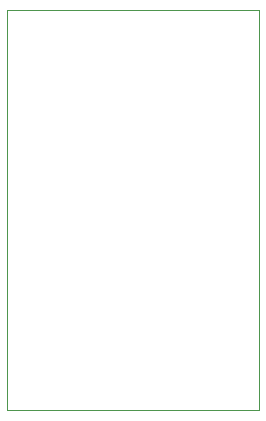
<source format=gbr>
G04 #@! TF.GenerationSoftware,KiCad,Pcbnew,5.1.5+dfsg1-2build2*
G04 #@! TF.CreationDate,2020-11-29T01:09:51-05:00*
G04 #@! TF.ProjectId,goldfish,676f6c64-6669-4736-982e-6b696361645f,rev?*
G04 #@! TF.SameCoordinates,Original*
G04 #@! TF.FileFunction,Profile,NP*
%FSLAX46Y46*%
G04 Gerber Fmt 4.6, Leading zero omitted, Abs format (unit mm)*
G04 Created by KiCad (PCBNEW 5.1.5+dfsg1-2build2) date 2020-11-29 01:09:51*
%MOMM*%
%LPD*%
G04 APERTURE LIST*
%ADD10C,0.100000*%
G04 APERTURE END LIST*
D10*
X19340000Y-57350000D02*
X40670000Y-57350000D01*
X40670000Y-23490000D02*
X40670000Y-57350000D01*
X19340000Y-23490000D02*
X19340000Y-57350000D01*
X40670000Y-23490000D02*
X19340000Y-23490000D01*
M02*

</source>
